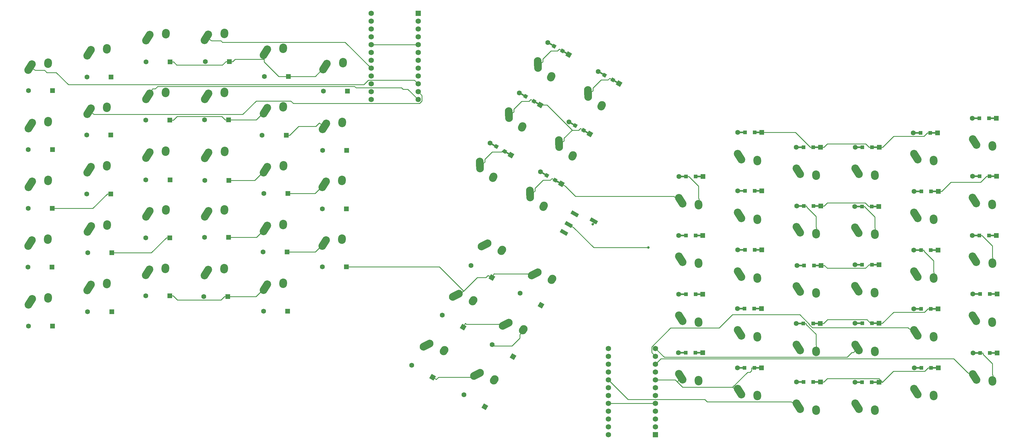
<source format=gtl>
%TF.GenerationSoftware,KiCad,Pcbnew,7.0.1*%
%TF.CreationDate,2023-09-24T18:49:58+08:00*%
%TF.ProjectId,split70kb,73706c69-7437-4306-9b62-2e6b69636164,rev?*%
%TF.SameCoordinates,Original*%
%TF.FileFunction,Copper,L1,Top*%
%TF.FilePolarity,Positive*%
%FSLAX46Y46*%
G04 Gerber Fmt 4.6, Leading zero omitted, Abs format (unit mm)*
G04 Created by KiCad (PCBNEW 7.0.1) date 2023-09-24 18:49:58*
%MOMM*%
%LPD*%
G01*
G04 APERTURE LIST*
G04 Aperture macros list*
%AMHorizOval*
0 Thick line with rounded ends*
0 $1 width*
0 $2 $3 position (X,Y) of the first rounded end (center of the circle)*
0 $4 $5 position (X,Y) of the second rounded end (center of the circle)*
0 Add line between two ends*
20,1,$1,$2,$3,$4,$5,0*
0 Add two circle primitives to create the rounded ends*
1,1,$1,$2,$3*
1,1,$1,$4,$5*%
%AMRotRect*
0 Rectangle, with rotation*
0 The origin of the aperture is its center*
0 $1 length*
0 $2 width*
0 $3 Rotation angle, in degrees counterclockwise*
0 Add horizontal line*
21,1,$1,$2,0,0,$3*%
G04 Aperture macros list end*
%TA.AperFunction,ComponentPad*%
%ADD10R,1.600000X1.600000*%
%TD*%
%TA.AperFunction,SMDPad,CuDef*%
%ADD11R,2.500000X0.500000*%
%TD*%
%TA.AperFunction,SMDPad,CuDef*%
%ADD12R,1.200000X1.200000*%
%TD*%
%TA.AperFunction,ComponentPad*%
%ADD13C,1.600000*%
%TD*%
%TA.AperFunction,ComponentPad*%
%ADD14HorizOval,2.500000X-0.604462X-0.948815X0.604462X0.948815X0*%
%TD*%
%TA.AperFunction,ComponentPad*%
%ADD15HorizOval,2.500000X-0.019724X-0.289328X0.019724X0.289328X0*%
%TD*%
%TA.AperFunction,ComponentPad*%
%ADD16RotRect,1.600000X1.600000X150.000000*%
%TD*%
%TA.AperFunction,SMDPad,CuDef*%
%ADD17RotRect,2.500000X0.500000X150.000000*%
%TD*%
%TA.AperFunction,SMDPad,CuDef*%
%ADD18RotRect,1.200000X1.200000X150.000000*%
%TD*%
%TA.AperFunction,ComponentPad*%
%ADD19HorizOval,2.500000X-0.997887X-0.519467X0.997887X0.519467X0*%
%TD*%
%TA.AperFunction,ComponentPad*%
%ADD20HorizOval,2.500000X-0.161746X-0.240704X0.161746X0.240704X0*%
%TD*%
%TA.AperFunction,SMDPad,CuDef*%
%ADD21RotRect,1.200000X2.500000X60.000000*%
%TD*%
%TA.AperFunction,ComponentPad*%
%ADD22R,1.752600X1.752600*%
%TD*%
%TA.AperFunction,ComponentPad*%
%ADD23C,1.752600*%
%TD*%
%TA.AperFunction,ComponentPad*%
%ADD24HorizOval,2.500000X-0.604462X0.948815X0.604462X-0.948815X0*%
%TD*%
%TA.AperFunction,ComponentPad*%
%ADD25HorizOval,2.500000X-0.019724X0.289328X0.019724X-0.289328X0*%
%TD*%
%TA.AperFunction,ComponentPad*%
%ADD26HorizOval,2.500000X-0.049072X1.123929X0.049072X-1.123929X0*%
%TD*%
%TA.AperFunction,ComponentPad*%
%ADD27HorizOval,2.500000X-0.127582X-0.260428X0.127582X0.260428X0*%
%TD*%
%TA.AperFunction,ViaPad*%
%ADD28C,0.800000*%
%TD*%
%TA.AperFunction,Conductor*%
%ADD29C,0.250000*%
%TD*%
G04 APERTURE END LIST*
D10*
%TO.P,D50,1,K*%
%TO.N,rcol5*%
X304945500Y-66588800D03*
D11*
X303745500Y-66588800D03*
D12*
X302620500Y-66588800D03*
%TO.P,D50,2,A*%
%TO.N,Net-(D50-A)*%
X299470500Y-66588800D03*
D11*
X298345500Y-66588800D03*
D13*
X297145500Y-66588800D03*
%TD*%
D14*
%TO.P,K10,1*%
%TO.N,col2*%
X48846600Y-112027400D03*
D15*
%TO.P,K10,2*%
%TO.N,Net-(D10-A)*%
X54621600Y-110757400D03*
%TD*%
D14*
%TO.P,K12,1*%
%TO.N,col3*%
X67895800Y-50031000D03*
D15*
%TO.P,K12,2*%
%TO.N,Net-(D12-A)*%
X73670800Y-48761000D03*
%TD*%
D14*
%TO.P,K6,1*%
%TO.N,col2*%
X48820100Y-35896100D03*
D15*
%TO.P,K6,2*%
%TO.N,Net-(D6-A)*%
X54595100Y-34626100D03*
%TD*%
D14*
%TO.P,K22,1*%
%TO.N,col5*%
X105973300Y-54748300D03*
D15*
%TO.P,K22,2*%
%TO.N,Net-(D22-A)*%
X111748300Y-53478300D03*
%TD*%
D10*
%TO.P,D51,1,K*%
%TO.N,rcol5*%
X285903400Y-142693500D03*
D11*
X284703400Y-142693500D03*
D12*
X283578400Y-142693500D03*
%TO.P,D51,2,A*%
%TO.N,Net-(D51-A)*%
X280428400Y-142693500D03*
D11*
X279303400Y-142693500D03*
D13*
X278103400Y-142693500D03*
%TD*%
D16*
%TO.P,D66,1,K*%
%TO.N,rcol5*%
X211115099Y-62235000D03*
D17*
X210075869Y-61635000D03*
D18*
X209101590Y-61072500D03*
%TO.P,D66,2,A*%
%TO.N,Net-(D66-A)*%
X206373610Y-59497500D03*
D17*
X205399331Y-58935000D03*
D13*
X204360101Y-58335000D03*
%TD*%
D10*
%TO.P,D40,1,K*%
%TO.N,rcol5*%
X342868400Y-57176400D03*
D11*
X341668400Y-57176400D03*
D12*
X340543400Y-57176400D03*
%TO.P,D40,2,A*%
%TO.N,Net-(D40-A)*%
X337393400Y-57176400D03*
D11*
X336268400Y-57176400D03*
D13*
X335068400Y-57176400D03*
%TD*%
D10*
%TO.P,D56,1,K*%
%TO.N,rcol5*%
X266788200Y-138079400D03*
D11*
X265588200Y-138079400D03*
D12*
X264463200Y-138079400D03*
%TO.P,D56,2,A*%
%TO.N,Net-(D56-A)*%
X261313200Y-138079400D03*
D11*
X260188200Y-138079400D03*
D13*
X258988200Y-138079400D03*
%TD*%
D14*
%TO.P,K1,1*%
%TO.N,col1*%
X29748900Y-40548900D03*
D15*
%TO.P,K1,2*%
%TO.N,Net-(D1-A)*%
X35523900Y-39278900D03*
%TD*%
D10*
%TO.P,D53,1,K*%
%TO.N,rcol5*%
X286094000Y-104891600D03*
D11*
X284894000Y-104891600D03*
D12*
X283769000Y-104891600D03*
%TO.P,D53,2,A*%
%TO.N,Net-(D53-A)*%
X280619000Y-104891600D03*
D11*
X279494000Y-104891600D03*
D13*
X278294000Y-104891600D03*
%TD*%
D14*
%TO.P,K9,1*%
%TO.N,col2*%
X48893300Y-93073200D03*
D15*
%TO.P,K9,2*%
%TO.N,Net-(D9-A)*%
X54668300Y-91803200D03*
%TD*%
D19*
%TO.P,K32,1*%
%TO.N,col5*%
X177010987Y-98262991D03*
D20*
%TO.P,K32,2*%
%TO.N,Net-(D32-A)*%
X182647284Y-100050638D03*
%TD*%
D10*
%TO.P,D60,1,K*%
%TO.N,rcol5*%
X266880100Y-61741700D03*
D11*
X265680100Y-61741700D03*
D12*
X264555100Y-61741700D03*
%TO.P,D60,2,A*%
%TO.N,Net-(D60-A)*%
X261405100Y-61741700D03*
D11*
X260280100Y-61741700D03*
D13*
X259080100Y-61741700D03*
%TD*%
D14*
%TO.P,K14,1*%
%TO.N,col3*%
X67937600Y-88175100D03*
D15*
%TO.P,K14,2*%
%TO.N,Net-(D14-A)*%
X73712600Y-86905100D03*
%TD*%
D19*
%TO.P,K34,1*%
%TO.N,col5*%
X183895987Y-123951991D03*
D20*
%TO.P,K34,2*%
%TO.N,Net-(D34-A)*%
X189532284Y-125739638D03*
%TD*%
D10*
%TO.P,D48,1,K*%
%TO.N,rcol5*%
X304872000Y-142748000D03*
D11*
X303672000Y-142748000D03*
D12*
X302547000Y-142748000D03*
%TO.P,D48,2,A*%
%TO.N,Net-(D48-A)*%
X299397000Y-142748000D03*
D11*
X298272000Y-142748000D03*
D13*
X297072000Y-142748000D03*
%TD*%
D16*
%TO.P,D69,1,K*%
%TO.N,rcol5*%
X195072999Y-52833900D03*
D17*
X194033769Y-52233900D03*
D18*
X193059490Y-51671400D03*
%TO.P,D69,2,A*%
%TO.N,Net-(D69-A)*%
X190331510Y-50096400D03*
D17*
X189357231Y-49533900D03*
D13*
X188318001Y-48933900D03*
%TD*%
D10*
%TO.P,D55,1,K*%
%TO.N,rcol5*%
X285874500Y-66594300D03*
D11*
X284674500Y-66594300D03*
D12*
X283549500Y-66594300D03*
%TO.P,D55,2,A*%
%TO.N,Net-(D55-A)*%
X280399500Y-66594300D03*
D11*
X279274500Y-66594300D03*
D13*
X278074500Y-66594300D03*
%TD*%
D10*
%TO.P,D45,1,K*%
%TO.N,rcol5*%
X323811700Y-61908000D03*
D11*
X322611700Y-61908000D03*
D12*
X321486700Y-61908000D03*
%TO.P,D45,2,A*%
%TO.N,Net-(D45-A)*%
X318336700Y-61908000D03*
D11*
X317211700Y-61908000D03*
D13*
X316011700Y-61908000D03*
%TD*%
D14*
%TO.P,K8,1*%
%TO.N,col2*%
X48809600Y-73858000D03*
D15*
%TO.P,K8,2*%
%TO.N,Net-(D8-A)*%
X54584600Y-72588000D03*
%TD*%
D10*
%TO.P,D42,1,K*%
%TO.N,rcol5*%
X323972300Y-118957400D03*
D11*
X322772300Y-118957400D03*
D12*
X321647300Y-118957400D03*
%TO.P,D42,2,A*%
%TO.N,Net-(D42-A)*%
X318497300Y-118957400D03*
D11*
X317372300Y-118957400D03*
D13*
X316172300Y-118957400D03*
%TD*%
D16*
%TO.P,D68,1,K*%
%TO.N,rcol5*%
X185583699Y-69087500D03*
D17*
X184544469Y-68487500D03*
D18*
X183570190Y-67925000D03*
%TO.P,D68,2,A*%
%TO.N,Net-(D68-A)*%
X180842210Y-66350000D03*
D17*
X179867931Y-65787500D03*
D13*
X178828701Y-65187500D03*
%TD*%
D14*
%TO.P,K18,1*%
%TO.N,col4*%
X86976600Y-69160000D03*
D15*
%TO.P,K18,2*%
%TO.N,Net-(D18-A)*%
X92751600Y-67890000D03*
%TD*%
D10*
%TO.P,D39,1,K*%
%TO.N,rcol5*%
X342980500Y-75994000D03*
D11*
X341780500Y-75994000D03*
D12*
X340655500Y-75994000D03*
%TO.P,D39,2,A*%
%TO.N,Net-(D39-A)*%
X337505500Y-75994000D03*
D11*
X336380500Y-75994000D03*
D13*
X335180500Y-75994000D03*
%TD*%
D16*
%TO.P,D70,1,K*%
%TO.N,rcol5*%
X204304599Y-36500100D03*
D17*
X203265369Y-35900100D03*
D18*
X202291090Y-35337600D03*
%TO.P,D70,2,A*%
%TO.N,Net-(D70-A)*%
X199563110Y-33762600D03*
D17*
X198588831Y-33200100D03*
D13*
X197549601Y-32600100D03*
%TD*%
D14*
%TO.P,K15,1*%
%TO.N,col3*%
X67826600Y-107160000D03*
D15*
%TO.P,K15,2*%
%TO.N,Net-(D15-A)*%
X73601600Y-105890000D03*
%TD*%
D10*
%TO.P,D37,1,K*%
%TO.N,rcol5*%
X343109300Y-114179400D03*
D11*
X341909300Y-114179400D03*
D12*
X340784300Y-114179400D03*
%TO.P,D37,2,A*%
%TO.N,Net-(D37-A)*%
X337634300Y-114179400D03*
D11*
X336509300Y-114179400D03*
D13*
X335309300Y-114179400D03*
%TD*%
D10*
%TO.P,D58,1,K*%
%TO.N,rcol5*%
X266903400Y-99848300D03*
D11*
X265703400Y-99848300D03*
D12*
X264578400Y-99848300D03*
%TO.P,D58,2,A*%
%TO.N,Net-(D58-A)*%
X261428400Y-99848300D03*
D11*
X260303400Y-99848300D03*
D13*
X259103400Y-99848300D03*
%TD*%
D10*
%TO.P,D52,1,K*%
%TO.N,rcol5*%
X285840000Y-123698000D03*
D11*
X284640000Y-123698000D03*
D12*
X283515000Y-123698000D03*
%TO.P,D52,2,A*%
%TO.N,Net-(D52-A)*%
X280365000Y-123698000D03*
D11*
X279240000Y-123698000D03*
D13*
X278040000Y-123698000D03*
%TD*%
D14*
%TO.P,K2,1*%
%TO.N,col1*%
X29799900Y-59559900D03*
D15*
%TO.P,K2,2*%
%TO.N,Net-(D2-A)*%
X35574900Y-58289900D03*
%TD*%
D14*
%TO.P,K23,1*%
%TO.N,col5*%
X106026600Y-73810000D03*
D15*
%TO.P,K23,2*%
%TO.N,Net-(D23-A)*%
X111801600Y-72540000D03*
%TD*%
D10*
%TO.P,D36,1,K*%
%TO.N,rcol5*%
X343141300Y-133254900D03*
D11*
X341941300Y-133254900D03*
D12*
X340816300Y-133254900D03*
%TO.P,D36,2,A*%
%TO.N,Net-(D36-A)*%
X337666300Y-133254900D03*
D11*
X336541300Y-133254900D03*
D13*
X335341300Y-133254900D03*
%TD*%
D10*
%TO.P,D41,1,K*%
%TO.N,rcol5*%
X324082600Y-138123600D03*
D11*
X322882600Y-138123600D03*
D12*
X321757600Y-138123600D03*
%TO.P,D41,2,A*%
%TO.N,Net-(D41-A)*%
X318607600Y-138123600D03*
D11*
X317482600Y-138123600D03*
D13*
X316282600Y-138123600D03*
%TD*%
D10*
%TO.P,D49,1,K*%
%TO.N,rcol5*%
X304817600Y-85755200D03*
D11*
X303617600Y-85755200D03*
D12*
X302492600Y-85755200D03*
%TO.P,D49,2,A*%
%TO.N,Net-(D49-A)*%
X299342600Y-85755200D03*
D11*
X298217600Y-85755200D03*
D13*
X297017600Y-85755200D03*
%TD*%
D14*
%TO.P,K17,1*%
%TO.N,col4*%
X86926600Y-50060000D03*
D15*
%TO.P,K17,2*%
%TO.N,Net-(D17-A)*%
X92701600Y-48790000D03*
%TD*%
D14*
%TO.P,K5,1*%
%TO.N,col1*%
X29798800Y-116698900D03*
D15*
%TO.P,K5,2*%
%TO.N,Net-(D5-A)*%
X35573800Y-115428900D03*
%TD*%
D10*
%TO.P,D59,1,K*%
%TO.N,rcol5*%
X266879400Y-80720000D03*
D11*
X265679400Y-80720000D03*
D12*
X264554400Y-80720000D03*
%TO.P,D59,2,A*%
%TO.N,Net-(D59-A)*%
X261404400Y-80720000D03*
D11*
X260279400Y-80720000D03*
D13*
X259079400Y-80720000D03*
%TD*%
D14*
%TO.P,K4,1*%
%TO.N,col1*%
X29732000Y-97674500D03*
D15*
%TO.P,K4,2*%
%TO.N,Net-(D4-A)*%
X35507000Y-96404500D03*
%TD*%
D10*
%TO.P,D61,1,K*%
%TO.N,rcol5*%
X247692600Y-133197100D03*
D11*
X246492600Y-133197100D03*
D12*
X245367600Y-133197100D03*
%TO.P,D61,2,A*%
%TO.N,Net-(D61-A)*%
X242217600Y-133197100D03*
D11*
X241092600Y-133197100D03*
D13*
X239892600Y-133197100D03*
%TD*%
D14*
%TO.P,K13,1*%
%TO.N,col3*%
X67915400Y-69139900D03*
D15*
%TO.P,K13,2*%
%TO.N,Net-(D13-A)*%
X73690400Y-67869900D03*
%TD*%
D19*
%TO.P,K30,1*%
%TO.N,col5*%
X158265287Y-130761191D03*
D20*
%TO.P,K30,2*%
%TO.N,Net-(D30-A)*%
X163901584Y-132548838D03*
%TD*%
D14*
%TO.P,K29,1*%
%TO.N,col5*%
X125026600Y-97641700D03*
D15*
%TO.P,K29,2*%
%TO.N,Net-(D29-A)*%
X130801600Y-96371700D03*
%TD*%
D10*
%TO.P,D47,1,K*%
%TO.N,rcol5*%
X304892700Y-123653400D03*
D11*
X303692700Y-123653400D03*
D12*
X302567700Y-123653400D03*
%TO.P,D47,2,A*%
%TO.N,Net-(D47-A)*%
X299417700Y-123653400D03*
D11*
X298292700Y-123653400D03*
D13*
X297092700Y-123653400D03*
%TD*%
D10*
%TO.P,D64,1,K*%
%TO.N,rcol5*%
X247799600Y-76072600D03*
D11*
X246599600Y-76072600D03*
D12*
X245474600Y-76072600D03*
%TO.P,D64,2,A*%
%TO.N,Net-(D64-A)*%
X242324600Y-76072600D03*
D11*
X241199600Y-76072600D03*
D13*
X239999600Y-76072600D03*
%TD*%
D16*
%TO.P,D67,1,K*%
%TO.N,rcol5*%
X201923799Y-78434400D03*
D17*
X200884569Y-77834400D03*
D18*
X199910290Y-77271900D03*
%TO.P,D67,2,A*%
%TO.N,Net-(D67-A)*%
X197182310Y-75696900D03*
D17*
X196208031Y-75134400D03*
D13*
X195168801Y-74534400D03*
%TD*%
D14*
%TO.P,K16,1*%
%TO.N,col4*%
X86901600Y-30960000D03*
D15*
%TO.P,K16,2*%
%TO.N,Net-(D16-A)*%
X92676600Y-29690000D03*
%TD*%
D16*
%TO.P,D65,1,K*%
%TO.N,rcol5*%
X220641099Y-45921500D03*
D17*
X219601869Y-45321500D03*
D18*
X218627590Y-44759000D03*
%TO.P,D65,2,A*%
%TO.N,Net-(D65-A)*%
X215899610Y-43184000D03*
D17*
X214925331Y-42621500D03*
D13*
X213886101Y-42021500D03*
%TD*%
D19*
%TO.P,K33,1*%
%TO.N,col5*%
X193270587Y-107630491D03*
D20*
%TO.P,K33,2*%
%TO.N,Net-(D33-A)*%
X198906884Y-109418138D03*
%TD*%
D10*
%TO.P,D57,1,K*%
%TO.N,rcol5*%
X266764200Y-118902700D03*
D11*
X265564200Y-118902700D03*
D12*
X264439200Y-118902700D03*
%TO.P,D57,2,A*%
%TO.N,Net-(D57-A)*%
X261289200Y-118902700D03*
D11*
X260164200Y-118902700D03*
D13*
X258964200Y-118902700D03*
%TD*%
D14*
%TO.P,K21,1*%
%TO.N,col5*%
X105991200Y-35715400D03*
D15*
%TO.P,K21,2*%
%TO.N,Net-(D21-A)*%
X111766200Y-34445400D03*
%TD*%
D21*
%TO.P,J1,R1*%
%TO.N,rpd2*%
X204264917Y-91608754D03*
%TO.P,J1,R2*%
%TO.N,unconnected-(J1-PadR2)*%
X202764917Y-94206831D03*
%TO.P,J1,S*%
%TO.N,GND1*%
X212444083Y-90442025D03*
%TO.P,J1,T*%
%TO.N,unconnected-(J1-PadT)*%
X206264917Y-88144653D03*
%TD*%
D10*
%TO.P,D63,1,K*%
%TO.N,rcol5*%
X247769800Y-95157200D03*
D11*
X246569800Y-95157200D03*
D12*
X245444800Y-95157200D03*
%TO.P,D63,2,A*%
%TO.N,Net-(D63-A)*%
X242294800Y-95157200D03*
D11*
X241169800Y-95157200D03*
D13*
X239969800Y-95157200D03*
%TD*%
D19*
%TO.P,K31,1*%
%TO.N,col5*%
X167687387Y-114533391D03*
D20*
%TO.P,K31,2*%
%TO.N,Net-(D31-A)*%
X173323684Y-116321038D03*
%TD*%
D10*
%TO.P,D54,1,K*%
%TO.N,rcol5*%
X285969700Y-85612900D03*
D11*
X284769700Y-85612900D03*
D12*
X283644700Y-85612900D03*
%TO.P,D54,2,A*%
%TO.N,Net-(D54-A)*%
X280494700Y-85612900D03*
D11*
X279369700Y-85612900D03*
D13*
X278169700Y-85612900D03*
%TD*%
D14*
%TO.P,K25,1*%
%TO.N,col5*%
X105968300Y-111982500D03*
D15*
%TO.P,K25,2*%
%TO.N,Net-(D25-A)*%
X111743300Y-110712500D03*
%TD*%
D22*
%TO.P,U1,1,TX*%
%TO.N,unconnected-(U1-TX-Pad1)*%
X232410000Y-159766000D03*
D23*
%TO.P,U1,2,RX*%
%TO.N,rpd2*%
X232410000Y-157226000D03*
%TO.P,U1,3,GND*%
%TO.N,GND1*%
X232410000Y-154686000D03*
%TO.P,U1,4,GND*%
X232410000Y-152146000D03*
%TO.P,U1,5,SDA*%
%TO.N,rcol5*%
X232410000Y-149606000D03*
%TO.P,U1,6,SCL*%
X232410000Y-147066000D03*
%TO.P,U1,7,D4*%
X232410000Y-144526000D03*
%TO.P,U1,8,C6*%
X232410000Y-141986000D03*
%TO.P,U1,9,D7*%
X232410000Y-139446000D03*
%TO.P,U1,10,E6*%
%TO.N,rcol1*%
X232410000Y-136906000D03*
%TO.P,U1,11,B4*%
%TO.N,rcol2*%
X232410000Y-134366000D03*
%TO.P,U1,12,B5*%
%TO.N,rcol3*%
X232410000Y-131826000D03*
%TO.P,U1,13,B6*%
%TO.N,unconnected-(U1-B6-Pad13)*%
X217170000Y-159766000D03*
%TO.P,U1,14,B2*%
%TO.N,unconnected-(U1-B2-Pad14)*%
X217170000Y-157226000D03*
%TO.P,U1,15,B3*%
%TO.N,unconnected-(U1-B3-Pad15)*%
X217170000Y-154686000D03*
%TO.P,U1,16,B1*%
%TO.N,unconnected-(U1-B1-Pad16)*%
X217170000Y-152146000D03*
%TO.P,U1,17,F7*%
%TO.N,rcol5*%
X217170000Y-149606000D03*
%TO.P,U1,18,F6*%
X217170000Y-147066000D03*
%TO.P,U1,19,F5*%
X217170000Y-144526000D03*
%TO.P,U1,20,F4*%
%TO.N,rcol4*%
X217170000Y-141986000D03*
%TO.P,U1,21,VCC*%
%TO.N,+3.3V*%
X217170000Y-139446000D03*
%TO.P,U1,22,RST*%
%TO.N,unconnected-(U1-RST-Pad22)*%
X217170000Y-136906000D03*
%TO.P,U1,23,GND*%
%TO.N,GND1*%
X217170000Y-134366000D03*
%TO.P,U1,24,RAW*%
%TO.N,unconnected-(U1-RAW-Pad24)*%
X217170000Y-131826000D03*
%TD*%
D10*
%TO.P,D43,1,K*%
%TO.N,rcol5*%
X323979400Y-99909800D03*
D11*
X322779400Y-99909800D03*
D12*
X321654400Y-99909800D03*
%TO.P,D43,2,A*%
%TO.N,Net-(D43-A)*%
X318504400Y-99909800D03*
D11*
X317379400Y-99909800D03*
D13*
X316179400Y-99909800D03*
%TD*%
D14*
%TO.P,K3,1*%
%TO.N,col1*%
X29776600Y-78560000D03*
D15*
%TO.P,K3,2*%
%TO.N,Net-(D3-A)*%
X35551600Y-77290000D03*
%TD*%
D14*
%TO.P,K26,1*%
%TO.N,col5*%
X125326600Y-40429000D03*
D15*
%TO.P,K26,2*%
%TO.N,Net-(D26-A)*%
X131101600Y-39159000D03*
%TD*%
D14*
%TO.P,K24,1*%
%TO.N,col5*%
X106019600Y-92893000D03*
D15*
%TO.P,K24,2*%
%TO.N,Net-(D24-A)*%
X111794600Y-91623000D03*
%TD*%
D14*
%TO.P,K19,1*%
%TO.N,col4*%
X86933600Y-88161800D03*
D15*
%TO.P,K19,2*%
%TO.N,Net-(D19-A)*%
X92708600Y-86891800D03*
%TD*%
D10*
%TO.P,D38,1,K*%
%TO.N,rcol5*%
X342884200Y-95198000D03*
D11*
X341684200Y-95198000D03*
D12*
X340559200Y-95198000D03*
%TO.P,D38,2,A*%
%TO.N,Net-(D38-A)*%
X337409200Y-95198000D03*
D11*
X336284200Y-95198000D03*
D13*
X335084200Y-95198000D03*
%TD*%
D10*
%TO.P,D44,1,K*%
%TO.N,rcol5*%
X324057000Y-80866100D03*
D11*
X322857000Y-80866100D03*
D12*
X321732000Y-80866100D03*
%TO.P,D44,2,A*%
%TO.N,Net-(D44-A)*%
X318582000Y-80866100D03*
D11*
X317457000Y-80866100D03*
D13*
X316257000Y-80866100D03*
%TD*%
D14*
%TO.P,K27,1*%
%TO.N,col5*%
X125091800Y-59755100D03*
D15*
%TO.P,K27,2*%
%TO.N,Net-(D27-A)*%
X130866800Y-58485100D03*
%TD*%
D10*
%TO.P,D46,1,K*%
%TO.N,rcol5*%
X304885400Y-104657300D03*
D11*
X303685400Y-104657300D03*
D12*
X302560400Y-104657300D03*
%TO.P,D46,2,A*%
%TO.N,Net-(D46-A)*%
X299410400Y-104657300D03*
D11*
X298285400Y-104657300D03*
D13*
X297085400Y-104657300D03*
%TD*%
D19*
%TO.P,K35,1*%
%TO.N,col5*%
X174548087Y-140211991D03*
D20*
%TO.P,K35,2*%
%TO.N,Net-(D35-A)*%
X180184384Y-141999638D03*
%TD*%
D14*
%TO.P,K20,1*%
%TO.N,col4*%
X86855800Y-107173500D03*
D15*
%TO.P,K20,2*%
%TO.N,Net-(D20-A)*%
X92630800Y-105903500D03*
%TD*%
D10*
%TO.P,D62,1,K*%
%TO.N,rcol5*%
X247754900Y-114228200D03*
D11*
X246554900Y-114228200D03*
D12*
X245429900Y-114228200D03*
%TO.P,D62,2,A*%
%TO.N,Net-(D62-A)*%
X242279900Y-114228200D03*
D11*
X241154900Y-114228200D03*
D13*
X239954900Y-114228200D03*
%TD*%
D14*
%TO.P,K7,1*%
%TO.N,col2*%
X48831600Y-54865800D03*
D15*
%TO.P,K7,2*%
%TO.N,Net-(D7-A)*%
X54606600Y-53595800D03*
%TD*%
D14*
%TO.P,K11,1*%
%TO.N,col3*%
X67929400Y-31041700D03*
D15*
%TO.P,K11,2*%
%TO.N,Net-(D11-A)*%
X73704400Y-29771700D03*
%TD*%
D14*
%TO.P,K28,1*%
%TO.N,col5*%
X125040000Y-78610000D03*
D15*
%TO.P,K28,2*%
%TO.N,Net-(D28-A)*%
X130815000Y-77340000D03*
%TD*%
D24*
%TO.P,K52,1*%
%TO.N,rcol4*%
X278686800Y-131487000D03*
D25*
%TO.P,K52,2*%
%TO.N,Net-(D52-A)*%
X284461800Y-132757000D03*
%TD*%
D24*
%TO.P,K64,1*%
%TO.N,rcol5*%
X240601800Y-83919200D03*
D25*
%TO.P,K64,2*%
%TO.N,Net-(D64-A)*%
X246376800Y-85189200D03*
%TD*%
D24*
%TO.P,K60,1*%
%TO.N,rcol5*%
X259659800Y-69593600D03*
D25*
%TO.P,K60,2*%
%TO.N,Net-(D60-A)*%
X265434800Y-70863600D03*
%TD*%
D24*
%TO.P,K42,1*%
%TO.N,rcol2*%
X316797400Y-126758000D03*
D25*
%TO.P,K42,2*%
%TO.N,Net-(D42-A)*%
X322572400Y-128028000D03*
%TD*%
D26*
%TO.P,K70,1*%
%TO.N,rcol5*%
X194281287Y-39731309D03*
D27*
%TO.P,K70,2*%
%TO.N,Net-(D70-A)*%
X198647584Y-43718662D03*
%TD*%
D24*
%TO.P,K46,1*%
%TO.N,rcol3*%
X297772400Y-150541200D03*
D25*
%TO.P,K46,2*%
%TO.N,Net-(D46-A)*%
X303547400Y-151811200D03*
%TD*%
D24*
%TO.P,K59,1*%
%TO.N,rcol5*%
X259662400Y-88637500D03*
D25*
%TO.P,K59,2*%
%TO.N,Net-(D59-A)*%
X265437400Y-89907500D03*
%TD*%
D10*
%TO.P,D10,1,K*%
%TO.N,col5*%
X56175600Y-119865400D03*
D13*
%TO.P,D10,2,A*%
%TO.N,Net-(D10-A)*%
X48375600Y-119865400D03*
%TD*%
D10*
%TO.P,D17,1,K*%
%TO.N,col5*%
X94069500Y-57691300D03*
D13*
%TO.P,D17,2,A*%
%TO.N,Net-(D17-A)*%
X86269500Y-57691300D03*
%TD*%
D10*
%TO.P,D19,1,K*%
%TO.N,col5*%
X94061800Y-95785600D03*
D13*
%TO.P,D19,2,A*%
%TO.N,Net-(D19-A)*%
X86261800Y-95785600D03*
%TD*%
D26*
%TO.P,K65,1*%
%TO.N,rcol5*%
X210559087Y-49129309D03*
D27*
%TO.P,K65,2*%
%TO.N,Net-(D65-A)*%
X214925384Y-53116662D03*
%TD*%
D24*
%TO.P,K47,1*%
%TO.N,rcol3*%
X297765900Y-131470500D03*
D25*
%TO.P,K47,2*%
%TO.N,Net-(D47-A)*%
X303540900Y-132740500D03*
%TD*%
D10*
%TO.P,D4,1,K*%
%TO.N,col5*%
X36853400Y-105394900D03*
D13*
%TO.P,D4,2,A*%
%TO.N,Net-(D4-A)*%
X29053400Y-105394900D03*
%TD*%
D24*
%TO.P,K43,1*%
%TO.N,rcol2*%
X316783400Y-107710200D03*
D25*
%TO.P,K43,2*%
%TO.N,Net-(D43-A)*%
X322558400Y-108980200D03*
%TD*%
D10*
%TO.P,D29,1,K*%
%TO.N,col5*%
X132220700Y-105304500D03*
D13*
%TO.P,D29,2,A*%
%TO.N,Net-(D29-A)*%
X124420700Y-105304500D03*
%TD*%
D24*
%TO.P,K36,1*%
%TO.N,rcol1*%
X335854900Y-141075600D03*
D25*
%TO.P,K36,2*%
%TO.N,Net-(D36-A)*%
X341629900Y-142345600D03*
%TD*%
D26*
%TO.P,K69,1*%
%TO.N,rcol5*%
X184883287Y-56009109D03*
D27*
%TO.P,K69,2*%
%TO.N,Net-(D69-A)*%
X189249584Y-59996462D03*
%TD*%
D24*
%TO.P,K63,1*%
%TO.N,rcol5*%
X240614000Y-102913400D03*
D25*
%TO.P,K63,2*%
%TO.N,Net-(D63-A)*%
X246389000Y-104183400D03*
%TD*%
D10*
%TO.P,D28,1,K*%
%TO.N,col5*%
X132213800Y-86586700D03*
D13*
%TO.P,D28,2,A*%
%TO.N,Net-(D28-A)*%
X124413800Y-86586700D03*
%TD*%
D24*
%TO.P,K54,1*%
%TO.N,rcol4*%
X278722000Y-93343500D03*
D25*
%TO.P,K54,2*%
%TO.N,Net-(D54-A)*%
X284497000Y-94613500D03*
%TD*%
D10*
%TO.P,D2,1,K*%
%TO.N,col5*%
X36960300Y-67299100D03*
D13*
%TO.P,D2,2,A*%
%TO.N,Net-(D2-A)*%
X29160300Y-67299100D03*
%TD*%
D16*
%TO.P,D35,1,K*%
%TO.N,col5*%
X177118799Y-150721000D03*
D13*
%TO.P,D35,2,A*%
%TO.N,Net-(D35-A)*%
X170363801Y-146821000D03*
%TD*%
D22*
%TO.P,U2,1,TX*%
%TO.N,unconnected-(U2-TX-Pad1)*%
X155497200Y-23166600D03*
D23*
%TO.P,U2,2,RX*%
%TO.N,pd2*%
X155497200Y-25706600D03*
%TO.P,U2,3,GND*%
%TO.N,GND*%
X155497200Y-28246600D03*
%TO.P,U2,4,GND*%
X155497200Y-30786600D03*
%TO.P,U2,5,SDA*%
%TO.N,col5*%
X155497200Y-33326600D03*
%TO.P,U2,6,SCL*%
X155497200Y-35866600D03*
%TO.P,U2,7,D4*%
X155497200Y-38406600D03*
%TO.P,U2,8,C6*%
X155497200Y-40946600D03*
%TO.P,U2,9,D7*%
X155497200Y-43486600D03*
%TO.P,U2,10,E6*%
%TO.N,col1*%
X155497200Y-46026600D03*
%TO.P,U2,11,B4*%
%TO.N,col2*%
X155497200Y-48566600D03*
%TO.P,U2,12,B5*%
%TO.N,col3*%
X155497200Y-51106600D03*
%TO.P,U2,13,B6*%
%TO.N,unconnected-(U2-B6-Pad13)*%
X140257200Y-23166600D03*
%TO.P,U2,14,B2*%
%TO.N,unconnected-(U2-B2-Pad14)*%
X140257200Y-25706600D03*
%TO.P,U2,15,B3*%
%TO.N,unconnected-(U2-B3-Pad15)*%
X140257200Y-28246600D03*
%TO.P,U2,16,B1*%
%TO.N,unconnected-(U2-B1-Pad16)*%
X140257200Y-30786600D03*
%TO.P,U2,17,F7*%
%TO.N,col5*%
X140257200Y-33326600D03*
%TO.P,U2,18,F6*%
X140257200Y-35866600D03*
%TO.P,U2,19,F5*%
X140257200Y-38406600D03*
%TO.P,U2,20,F4*%
%TO.N,col4*%
X140257200Y-40946600D03*
%TO.P,U2,21,VCC*%
%TO.N,VCC*%
X140257200Y-43486600D03*
%TO.P,U2,22,RST*%
%TO.N,unconnected-(U2-RST-Pad22)*%
X140257200Y-46026600D03*
%TO.P,U2,23,GND*%
%TO.N,GND*%
X140257200Y-48566600D03*
%TO.P,U2,24,RAW*%
%TO.N,unconnected-(U2-RAW-Pad24)*%
X140257200Y-51106600D03*
%TD*%
D24*
%TO.P,K55,1*%
%TO.N,rcol4*%
X278689300Y-74322300D03*
D25*
%TO.P,K55,2*%
%TO.N,Net-(D55-A)*%
X284464300Y-75592300D03*
%TD*%
D24*
%TO.P,K56,1*%
%TO.N,rcol5*%
X259647400Y-145841700D03*
D25*
%TO.P,K56,2*%
%TO.N,Net-(D56-A)*%
X265422400Y-147111700D03*
%TD*%
D24*
%TO.P,K62,1*%
%TO.N,rcol5*%
X240589800Y-122023100D03*
D25*
%TO.P,K62,2*%
%TO.N,Net-(D62-A)*%
X246364800Y-123293100D03*
%TD*%
D24*
%TO.P,K45,1*%
%TO.N,rcol2*%
X316813100Y-69592100D03*
D25*
%TO.P,K45,2*%
%TO.N,Net-(D45-A)*%
X322588100Y-70862100D03*
%TD*%
D10*
%TO.P,D6,1,K*%
%TO.N,col5*%
X55946100Y-43771700D03*
D13*
%TO.P,D6,2,A*%
%TO.N,Net-(D6-A)*%
X48146100Y-43771700D03*
%TD*%
D26*
%TO.P,K67,1*%
%TO.N,rcol5*%
X191763087Y-81684909D03*
D27*
%TO.P,K67,2*%
%TO.N,Net-(D67-A)*%
X196129384Y-85672262D03*
%TD*%
D10*
%TO.P,D22,1,K*%
%TO.N,col5*%
X112735900Y-62681300D03*
D13*
%TO.P,D22,2,A*%
%TO.N,Net-(D22-A)*%
X104935900Y-62681300D03*
%TD*%
D24*
%TO.P,K41,1*%
%TO.N,rcol2*%
X316818300Y-145802700D03*
D25*
%TO.P,K41,2*%
%TO.N,Net-(D41-A)*%
X322593300Y-147072700D03*
%TD*%
D10*
%TO.P,D1,1,K*%
%TO.N,col5*%
X37011300Y-48170500D03*
D13*
%TO.P,D1,2,A*%
%TO.N,Net-(D1-A)*%
X29211300Y-48170500D03*
%TD*%
D24*
%TO.P,K40,1*%
%TO.N,rcol1*%
X335830500Y-64854200D03*
D25*
%TO.P,K40,2*%
%TO.N,Net-(D40-A)*%
X341605500Y-66124200D03*
%TD*%
D10*
%TO.P,D9,1,K*%
%TO.N,col5*%
X56222300Y-100793600D03*
D13*
%TO.P,D9,2,A*%
%TO.N,Net-(D9-A)*%
X48422300Y-100793600D03*
%TD*%
D10*
%TO.P,D13,1,K*%
%TO.N,col5*%
X75054800Y-77111900D03*
D13*
%TO.P,D13,2,A*%
%TO.N,Net-(D13-A)*%
X67254800Y-77111900D03*
%TD*%
D16*
%TO.P,D31,1,K*%
%TO.N,col5*%
X170059099Y-124893000D03*
D13*
%TO.P,D31,2,A*%
%TO.N,Net-(D31-A)*%
X163304101Y-120993000D03*
%TD*%
D24*
%TO.P,K49,1*%
%TO.N,rcol3*%
X297713400Y-93474500D03*
D25*
%TO.P,K49,2*%
%TO.N,Net-(D49-A)*%
X303488400Y-94744500D03*
%TD*%
D10*
%TO.P,D18,1,K*%
%TO.N,col5*%
X94125100Y-77290700D03*
D13*
%TO.P,D18,2,A*%
%TO.N,Net-(D18-A)*%
X86325100Y-77290700D03*
%TD*%
D24*
%TO.P,K48,1*%
%TO.N,rcol3*%
X297705100Y-112454800D03*
D25*
%TO.P,K48,2*%
%TO.N,Net-(D48-A)*%
X303480100Y-113724800D03*
%TD*%
D10*
%TO.P,D20,1,K*%
%TO.N,col5*%
X93831600Y-114980000D03*
D13*
%TO.P,D20,2,A*%
%TO.N,Net-(D20-A)*%
X86031600Y-114980000D03*
%TD*%
D24*
%TO.P,K50,1*%
%TO.N,rcol3*%
X297766100Y-74348200D03*
D25*
%TO.P,K50,2*%
%TO.N,Net-(D50-A)*%
X303541100Y-75618200D03*
%TD*%
D10*
%TO.P,D8,1,K*%
%TO.N,col5*%
X55884600Y-81714800D03*
D13*
%TO.P,D8,2,A*%
%TO.N,Net-(D8-A)*%
X48084600Y-81714800D03*
%TD*%
D10*
%TO.P,D21,1,K*%
%TO.N,col5*%
X113419000Y-43591000D03*
D13*
%TO.P,D21,2,A*%
%TO.N,Net-(D21-A)*%
X105619000Y-43591000D03*
%TD*%
D24*
%TO.P,K44,1*%
%TO.N,rcol2*%
X316831500Y-88665300D03*
D25*
%TO.P,K44,2*%
%TO.N,Net-(D44-A)*%
X322606500Y-89935300D03*
%TD*%
D10*
%TO.P,D5,1,K*%
%TO.N,col5*%
X37010200Y-124536900D03*
D13*
%TO.P,D5,2,A*%
%TO.N,Net-(D5-A)*%
X29210200Y-124536900D03*
%TD*%
D26*
%TO.P,K68,1*%
%TO.N,rcol5*%
X175485287Y-72286909D03*
D27*
%TO.P,K68,2*%
%TO.N,Net-(D68-A)*%
X179851584Y-76274262D03*
%TD*%
D24*
%TO.P,K58,1*%
%TO.N,rcol5*%
X259665800Y-107726300D03*
D25*
%TO.P,K58,2*%
%TO.N,Net-(D58-A)*%
X265440800Y-108996300D03*
%TD*%
D24*
%TO.P,K61,1*%
%TO.N,rcol5*%
X240590200Y-141025800D03*
D25*
%TO.P,K61,2*%
%TO.N,Net-(D61-A)*%
X246365200Y-142295800D03*
%TD*%
D10*
%TO.P,D11,1,K*%
%TO.N,col5*%
X75122000Y-38917300D03*
D13*
%TO.P,D11,2,A*%
%TO.N,Net-(D11-A)*%
X67322000Y-38917300D03*
%TD*%
D10*
%TO.P,D27,1,K*%
%TO.N,col5*%
X132321600Y-67571000D03*
D13*
%TO.P,D27,2,A*%
%TO.N,Net-(D27-A)*%
X124521600Y-67571000D03*
%TD*%
D10*
%TO.P,D14,1,K*%
%TO.N,col5*%
X75016000Y-95920000D03*
D13*
%TO.P,D14,2,A*%
%TO.N,Net-(D14-A)*%
X67216000Y-95920000D03*
%TD*%
D24*
%TO.P,K38,1*%
%TO.N,rcol1*%
X335813500Y-102900900D03*
D25*
%TO.P,K38,2*%
%TO.N,Net-(D38-A)*%
X341588500Y-104170900D03*
%TD*%
D16*
%TO.P,D33,1,K*%
%TO.N,col5*%
X195343099Y-117755500D03*
D13*
%TO.P,D33,2,A*%
%TO.N,Net-(D33-A)*%
X188588101Y-113855500D03*
%TD*%
D10*
%TO.P,D26,1,K*%
%TO.N,col5*%
X132583800Y-48324900D03*
D13*
%TO.P,D26,2,A*%
%TO.N,Net-(D26-A)*%
X124783800Y-48324900D03*
%TD*%
D24*
%TO.P,K39,1*%
%TO.N,rcol1*%
X335796100Y-83813100D03*
D25*
%TO.P,K39,2*%
%TO.N,Net-(D39-A)*%
X341571100Y-85083100D03*
%TD*%
D26*
%TO.P,K66,1*%
%TO.N,rcol5*%
X201161087Y-65407109D03*
D27*
%TO.P,K66,2*%
%TO.N,Net-(D66-A)*%
X205527384Y-69394462D03*
%TD*%
D10*
%TO.P,D16,1,K*%
%TO.N,col5*%
X94304100Y-38795200D03*
D13*
%TO.P,D16,2,A*%
%TO.N,Net-(D16-A)*%
X86504100Y-38795200D03*
%TD*%
D10*
%TO.P,D24,1,K*%
%TO.N,col5*%
X113036300Y-100520500D03*
D13*
%TO.P,D24,2,A*%
%TO.N,Net-(D24-A)*%
X105236300Y-100520500D03*
%TD*%
D24*
%TO.P,K53,1*%
%TO.N,rcol4*%
X278694200Y-112528200D03*
D25*
%TO.P,K53,2*%
%TO.N,Net-(D53-A)*%
X284469200Y-113798200D03*
%TD*%
D16*
%TO.P,D30,1,K*%
%TO.N,col5*%
X160153099Y-141149000D03*
D13*
%TO.P,D30,2,A*%
%TO.N,Net-(D30-A)*%
X153398101Y-137249000D03*
%TD*%
D10*
%TO.P,D15,1,K*%
%TO.N,col5*%
X75019200Y-114744000D03*
D13*
%TO.P,D15,2,A*%
%TO.N,Net-(D15-A)*%
X67219200Y-114744000D03*
%TD*%
D10*
%TO.P,D25,1,K*%
%TO.N,col5*%
X113206200Y-119705800D03*
D13*
%TO.P,D25,2,A*%
%TO.N,Net-(D25-A)*%
X105406200Y-119705800D03*
%TD*%
D24*
%TO.P,K37,1*%
%TO.N,rcol1*%
X335804200Y-121993400D03*
D25*
%TO.P,K37,2*%
%TO.N,Net-(D37-A)*%
X341579200Y-123263400D03*
%TD*%
D16*
%TO.P,D32,1,K*%
%TO.N,col5*%
X179404799Y-108811000D03*
D13*
%TO.P,D32,2,A*%
%TO.N,Net-(D32-A)*%
X172649801Y-104911000D03*
%TD*%
D16*
%TO.P,D34,1,K*%
%TO.N,col5*%
X186262799Y-134465000D03*
D13*
%TO.P,D34,2,A*%
%TO.N,Net-(D34-A)*%
X179507801Y-130565000D03*
%TD*%
D10*
%TO.P,D23,1,K*%
%TO.N,col5*%
X113271600Y-81541000D03*
D13*
%TO.P,D23,2,A*%
%TO.N,Net-(D23-A)*%
X105471600Y-81541000D03*
%TD*%
D10*
%TO.P,D7,1,K*%
%TO.N,col5*%
X55906600Y-62605000D03*
D13*
%TO.P,D7,2,A*%
%TO.N,Net-(D7-A)*%
X48106600Y-62605000D03*
%TD*%
D24*
%TO.P,K51,1*%
%TO.N,rcol4*%
X278695100Y-150544900D03*
D25*
%TO.P,K51,2*%
%TO.N,Net-(D51-A)*%
X284470100Y-151814900D03*
%TD*%
D24*
%TO.P,K57,1*%
%TO.N,rcol5*%
X259648900Y-126748300D03*
D25*
%TO.P,K57,2*%
%TO.N,Net-(D57-A)*%
X265423900Y-128018300D03*
%TD*%
D10*
%TO.P,D12,1,K*%
%TO.N,col5*%
X75037400Y-57770200D03*
D13*
%TO.P,D12,2,A*%
%TO.N,Net-(D12-A)*%
X67237400Y-57770200D03*
%TD*%
D10*
%TO.P,D3,1,K*%
%TO.N,col5*%
X36937000Y-86416800D03*
D13*
%TO.P,D3,2,A*%
%TO.N,Net-(D3-A)*%
X29137000Y-86416800D03*
%TD*%
D28*
%TO.N,rpd2*%
X230084000Y-99078700D03*
%TO.N,GND1*%
X212098000Y-91509400D03*
%TD*%
D29*
%TO.N,col5*%
X93269000Y-114980000D02*
X92706300Y-114980000D01*
X91818900Y-56566000D02*
X92944200Y-57691300D01*
X162378200Y-105304500D02*
X170265300Y-113191600D01*
X77505800Y-116105300D02*
X91581000Y-116105300D01*
X105991200Y-35715400D02*
X105554200Y-36152400D01*
X93269000Y-114980000D02*
X93831600Y-114980000D01*
X75016000Y-95920000D02*
X73890700Y-95920000D01*
X179404800Y-108811000D02*
X178169200Y-108097600D01*
X93506900Y-57691300D02*
X94069500Y-57691300D01*
X36937000Y-86416800D02*
X50057300Y-86416800D01*
X105554200Y-38036100D02*
X105554200Y-38846700D01*
X77250500Y-39920500D02*
X92053500Y-39920500D01*
X160153100Y-141149000D02*
X161388700Y-141862400D01*
X122109000Y-81541000D02*
X125040000Y-78610000D01*
X122372700Y-59755100D02*
X116787400Y-59755100D01*
X167687400Y-114533400D02*
X170265300Y-113191600D01*
X55884600Y-81714800D02*
X54759300Y-81714800D01*
X76144500Y-114744000D02*
X77505800Y-116105300D01*
X73890700Y-95920000D02*
X69017100Y-100793600D01*
X76162700Y-57770200D02*
X77366900Y-56566000D01*
X179404800Y-108811000D02*
X180118200Y-107575400D01*
X91581000Y-116105300D02*
X92706300Y-114980000D01*
X94061800Y-95785600D02*
X103127000Y-95785600D01*
X50057300Y-86416800D02*
X54759300Y-81714800D01*
X102545900Y-77290700D02*
X106026600Y-73810000D01*
X103030300Y-57691300D02*
X105973300Y-54748300D01*
X170265300Y-113191600D02*
X174645900Y-108811000D01*
X94125100Y-77290700D02*
X102545900Y-77290700D01*
X113271600Y-81541000D02*
X122109000Y-81541000D01*
X92053500Y-39920500D02*
X93178800Y-38795200D01*
X140257200Y-33326600D02*
X155497200Y-33326600D01*
X174645900Y-108811000D02*
X177455800Y-108811000D01*
X161388700Y-141862400D02*
X162102100Y-141149000D01*
X102970800Y-114980000D02*
X105968300Y-111982500D01*
X75019200Y-114744000D02*
X76144500Y-114744000D01*
X183896000Y-123952000D02*
X171067100Y-123952000D01*
X125091800Y-59755100D02*
X123430800Y-58697000D01*
X105554200Y-38846700D02*
X110298500Y-43591000D01*
X122147800Y-100520500D02*
X125026600Y-97641700D01*
X173611100Y-141149000D02*
X174548100Y-140212000D01*
X105554200Y-36152400D02*
X105554200Y-38036100D01*
X112735900Y-62681300D02*
X113861200Y-62681300D01*
X170059100Y-124893000D02*
X170772500Y-123657400D01*
X77366900Y-56566000D02*
X91818900Y-56566000D01*
X95429400Y-38795200D02*
X96188500Y-38036100D01*
X193270600Y-107630500D02*
X180173300Y-107630500D01*
X76247300Y-38917300D02*
X77250500Y-39920500D01*
X123430800Y-58697000D02*
X122372700Y-59755100D01*
X113419000Y-43591000D02*
X122164600Y-43591000D01*
X180173300Y-107630500D02*
X180118200Y-107575400D01*
X103127000Y-95785600D02*
X106019600Y-92893000D01*
X96188500Y-38036100D02*
X105554200Y-38036100D01*
X122164600Y-43591000D02*
X125326600Y-40429000D01*
X94304100Y-38795200D02*
X95429400Y-38795200D01*
X75122000Y-38917300D02*
X76247300Y-38917300D01*
X94304100Y-38795200D02*
X93178800Y-38795200D01*
X177455800Y-108811000D02*
X178169200Y-108097600D01*
X162102100Y-141149000D02*
X173611100Y-141149000D01*
X93506900Y-57691300D02*
X92944200Y-57691300D01*
X110298500Y-43591000D02*
X113419000Y-43591000D01*
X69017100Y-100793600D02*
X56222300Y-100793600D01*
X94069500Y-57691300D02*
X103030300Y-57691300D01*
X171067100Y-123952000D02*
X170772500Y-123657400D01*
X116787400Y-59755100D02*
X113861200Y-62681300D01*
X132220700Y-105304500D02*
X162378200Y-105304500D01*
X113036300Y-100520500D02*
X122147800Y-100520500D01*
X75037400Y-57770200D02*
X76162700Y-57770200D01*
X93831600Y-114980000D02*
X102970800Y-114980000D01*
%TO.N,Net-(D34-A)*%
X179908900Y-130966100D02*
X179507800Y-130565000D01*
X189532300Y-125739600D02*
X188420600Y-127394200D01*
X185943200Y-130966100D02*
X179908900Y-130966100D01*
X188420600Y-128488700D02*
X185943200Y-130966100D01*
X188420600Y-127394200D02*
X188420600Y-128488700D01*
%TO.N,col1*%
X154278500Y-44807900D02*
X139372900Y-44807900D01*
X29748900Y-40548900D02*
X31409900Y-41607000D01*
X139372900Y-44807900D02*
X137907500Y-46273300D01*
X137907500Y-46273300D02*
X42137000Y-46273300D01*
X155497200Y-46026600D02*
X154278500Y-44807900D01*
X35148800Y-42341400D02*
X34414400Y-41607000D01*
X34414400Y-41607000D02*
X31409900Y-41607000D01*
X38205100Y-42341400D02*
X35148800Y-42341400D01*
X42137000Y-46273300D02*
X38205100Y-42341400D01*
%TO.N,col2*%
X155497200Y-48566600D02*
X156704600Y-49774000D01*
X50516900Y-55899600D02*
X50492600Y-55923900D01*
X156704600Y-51617200D02*
X155956400Y-52365400D01*
X48831600Y-54865800D02*
X50492600Y-55923900D01*
X114191900Y-51542600D02*
X103009700Y-51542600D01*
X103009700Y-51542600D02*
X98652700Y-55899600D01*
X115014700Y-52365400D02*
X114191900Y-51542600D01*
X155956400Y-52365400D02*
X115014700Y-52365400D01*
X156704600Y-49774000D02*
X156704600Y-51617200D01*
X98652700Y-55899600D02*
X50516900Y-55899600D01*
%TO.N,col3*%
X134899100Y-46850000D02*
X135345700Y-47296600D01*
X135345700Y-47296600D02*
X150133700Y-47296600D01*
X150133700Y-47296600D02*
X150583900Y-47746800D01*
X67895800Y-50031000D02*
X69424400Y-47631600D01*
X70295200Y-47631600D02*
X71076800Y-46850000D01*
X150583900Y-47746800D02*
X152137400Y-47746800D01*
X69424400Y-47631600D02*
X70295200Y-47631600D01*
X71076800Y-46850000D02*
X134899100Y-46850000D01*
X152137400Y-47746800D02*
X155497200Y-51106600D01*
%TO.N,col4*%
X86901600Y-30960000D02*
X88562600Y-32018100D01*
X131821400Y-32510800D02*
X92059800Y-32510800D01*
X91567100Y-32018100D02*
X88562600Y-32018100D01*
X140257200Y-40946600D02*
X131821400Y-32510800D01*
X92059800Y-32510800D02*
X91567100Y-32018100D01*
%TO.N,Net-(D36-A)*%
X336541300Y-133254900D02*
X337666300Y-133254900D01*
X341759700Y-140440100D02*
X341629900Y-140310300D01*
X341629900Y-140310300D02*
X341629900Y-136747300D01*
X341629900Y-136747300D02*
X338591600Y-133709000D01*
X338591600Y-133709000D02*
X338591600Y-133254900D01*
X337666300Y-133254900D02*
X338591600Y-133254900D01*
X341629900Y-142345600D02*
X341759800Y-140440100D01*
X341759800Y-140440100D02*
X341759700Y-140440100D01*
X335341300Y-133254900D02*
X336541300Y-133254900D01*
%TO.N,rcol5*%
X209101600Y-61072500D02*
X208085600Y-60485900D01*
X195932600Y-37948800D02*
X195932600Y-38871800D01*
X200472800Y-77834400D02*
X199910300Y-77271900D01*
X341780500Y-75994000D02*
X342980500Y-75994000D01*
X304892700Y-123653400D02*
X303692700Y-123653400D01*
X200688500Y-35337600D02*
X198543800Y-35337600D01*
X284640000Y-123698000D02*
X285840000Y-123698000D01*
X302030000Y-85755200D02*
X301567300Y-85755200D01*
X191763100Y-81684900D02*
X193414400Y-80825400D01*
X265588200Y-138079400D02*
X266788200Y-138079400D01*
X247769800Y-95157200D02*
X246569800Y-95157200D01*
X183570200Y-67925000D02*
X183046800Y-67622700D01*
X193059500Y-51671400D02*
X192043500Y-51084800D01*
X302030000Y-85755200D02*
X302492600Y-85755200D01*
X210675900Y-62235000D02*
X210075900Y-61635000D01*
X283769000Y-104891600D02*
X284894000Y-104891600D01*
X282624200Y-66594300D02*
X277771600Y-61741700D01*
X288141700Y-65452400D02*
X300558800Y-65452400D01*
X240601800Y-83919200D02*
X238318100Y-82464300D01*
X302157900Y-66588800D02*
X301695200Y-66588800D01*
X283515000Y-123698000D02*
X284640000Y-123698000D01*
X193414400Y-79867900D02*
X196010400Y-77271900D01*
X217170000Y-149606000D02*
X232410000Y-149606000D01*
X208085600Y-60485900D02*
X207499000Y-61072500D01*
X264439200Y-118902700D02*
X265564200Y-118902700D01*
X179499800Y-68106700D02*
X182562800Y-68106700D01*
X319596600Y-120082800D02*
X309588600Y-120082800D01*
X284703400Y-142693500D02*
X285903400Y-142693500D01*
X201161100Y-65407100D02*
X202812400Y-64547600D01*
X238318100Y-82464300D02*
X238318100Y-82464400D01*
X195073000Y-52833900D02*
X194633800Y-52833900D01*
X321647300Y-118957400D02*
X320722000Y-118957400D01*
X194281300Y-39731300D02*
X195932600Y-38871800D01*
X184544500Y-68487500D02*
X183570200Y-67925000D01*
X177136600Y-70469900D02*
X179499800Y-68106700D01*
X319706900Y-139249000D02*
X320832300Y-138123600D01*
X204304600Y-36500100D02*
X203865400Y-36500100D01*
X189089800Y-51671400D02*
X186534600Y-54226600D01*
X212210400Y-47346800D02*
X212210400Y-48269800D01*
X322882600Y-138123600D02*
X324082600Y-138123600D01*
X300393000Y-84580900D02*
X301567300Y-85755200D01*
X303685400Y-104657300D02*
X302560400Y-104657300D01*
X303692700Y-123653400D02*
X302567700Y-123653400D01*
X246492600Y-133197100D02*
X247692600Y-133197100D01*
X265679400Y-80720000D02*
X266879400Y-80720000D01*
X218627600Y-44759000D02*
X217611600Y-44172400D01*
X264463200Y-138079400D02*
X265588200Y-138079400D01*
X201275100Y-34751000D02*
X200688500Y-35337600D01*
X193471300Y-51671400D02*
X193059500Y-51671400D01*
X201923800Y-78434400D02*
X201484600Y-78434400D01*
X246554900Y-114228200D02*
X247754900Y-114228200D01*
X341684200Y-95198000D02*
X342884200Y-95198000D01*
X238831300Y-141986000D02*
X239532100Y-142686800D01*
X205364500Y-61072500D02*
X202812400Y-63624600D01*
X340816300Y-133254900D02*
X341941300Y-133254900D01*
X200884600Y-77834400D02*
X200472800Y-77834400D01*
X284674500Y-66594300D02*
X285874500Y-66594300D01*
X321486700Y-61908000D02*
X320561400Y-61908000D01*
X211115100Y-62235000D02*
X210675900Y-62235000D01*
X198543800Y-35337600D02*
X195932600Y-37948800D01*
X309496300Y-139249000D02*
X319706900Y-139249000D01*
X257363700Y-144386900D02*
X257392200Y-144415400D01*
X245429900Y-114228200D02*
X246554900Y-114228200D01*
X288178000Y-122485300D02*
X286965300Y-123698000D01*
X263036200Y-139506400D02*
X263537900Y-139004700D01*
X303745500Y-66588800D02*
X304945500Y-66588800D01*
X305997300Y-142748000D02*
X304860100Y-141610800D01*
X217025000Y-44759000D02*
X214798200Y-44759000D01*
X284769700Y-85612900D02*
X285969700Y-85612900D01*
X328177500Y-77870900D02*
X325182300Y-80866100D01*
X264000600Y-138079400D02*
X264463200Y-138079400D01*
X301635100Y-104657300D02*
X300509700Y-105782700D01*
X286094000Y-104891600D02*
X287219300Y-104891600D01*
X201923800Y-78434400D02*
X203159400Y-79147800D01*
X322779400Y-99909800D02*
X323979400Y-99909800D01*
X198307700Y-77271900D02*
X198894300Y-76685300D01*
X219039400Y-44759000D02*
X218627600Y-44759000D01*
X287095000Y-85612900D02*
X288127000Y-84580900D01*
X265680100Y-61741700D02*
X266880100Y-61741700D01*
X284674500Y-66594300D02*
X283549500Y-66594300D01*
X304860100Y-141610800D02*
X288111400Y-141610800D01*
X341780500Y-75994000D02*
X340655500Y-75994000D01*
X202702900Y-35337600D02*
X202291100Y-35337600D01*
X319436000Y-63033400D02*
X309626200Y-63033400D01*
X302547000Y-142748000D02*
X303672000Y-142748000D01*
X302492600Y-85755200D02*
X303617600Y-85755200D01*
X322611700Y-61908000D02*
X321486700Y-61908000D01*
X264555100Y-61741700D02*
X265680100Y-61741700D01*
X340559200Y-95198000D02*
X341684200Y-95198000D01*
X320561400Y-61908000D02*
X319436000Y-63033400D01*
X241232200Y-144386900D02*
X257363700Y-144386900D01*
X199910300Y-77271900D02*
X198894300Y-76685300D01*
X264000600Y-138079400D02*
X263537900Y-138079400D01*
X240590200Y-141025800D02*
X239532100Y-142686800D01*
X238318100Y-82464400D02*
X206476000Y-82464400D01*
X209513400Y-61072500D02*
X209101600Y-61072500D01*
X339730200Y-75994000D02*
X337853300Y-77870900D01*
X186534600Y-54226600D02*
X186534600Y-55149600D01*
X300509700Y-105782700D02*
X288110400Y-105782700D01*
X257408600Y-144415400D02*
X262317600Y-139506400D01*
X322772300Y-118957400D02*
X321647300Y-118957400D01*
X262317600Y-139506400D02*
X263036200Y-139506400D01*
X264578400Y-99848300D02*
X265703400Y-99848300D01*
X193414400Y-80825400D02*
X193414400Y-79867900D01*
X207499000Y-61072500D02*
X205486000Y-61072500D01*
X321757600Y-138123600D02*
X322882600Y-138123600D01*
X300558800Y-65452400D02*
X301695200Y-66588800D01*
X245367600Y-133197100D02*
X246492600Y-133197100D01*
X257392200Y-144415400D02*
X257408500Y-144415400D01*
X210559100Y-49129300D02*
X212210400Y-48269800D01*
X304945500Y-66588800D02*
X306070800Y-66588800D01*
X185583700Y-69087500D02*
X185144500Y-69087500D01*
X288111400Y-141610800D02*
X287028700Y-142693500D01*
X302567700Y-123653400D02*
X302117400Y-123653400D01*
X321757600Y-138123600D02*
X320832300Y-138123600D01*
X277771600Y-61741700D02*
X266880100Y-61741700D01*
X175485300Y-72286900D02*
X177136600Y-71427400D01*
X283644700Y-85612900D02*
X284769700Y-85612900D01*
X184883300Y-56009100D02*
X186534600Y-55149600D01*
X322611700Y-61908000D02*
X323811700Y-61908000D01*
X305997300Y-142748000D02*
X309496300Y-139249000D01*
X284894000Y-104891600D02*
X286094000Y-104891600D01*
X286999800Y-66594300D02*
X288141700Y-65452400D01*
X177136600Y-71427400D02*
X177136600Y-70469900D01*
X232410000Y-141986000D02*
X238831300Y-141986000D01*
X194033800Y-52233900D02*
X193471300Y-51671400D01*
X203865400Y-36500100D02*
X203265400Y-35900100D01*
X202291100Y-35337600D02*
X201275100Y-34751000D01*
X341941300Y-133254900D02*
X343141300Y-133254900D01*
X202812400Y-63624600D02*
X202812400Y-64547600D01*
X285969700Y-85612900D02*
X287095000Y-85612900D01*
X285903400Y-142693500D02*
X287028700Y-142693500D01*
X194633800Y-52833900D02*
X194033800Y-52233900D01*
X341909300Y-114179400D02*
X343109300Y-114179400D01*
X217611600Y-44172400D02*
X217025000Y-44759000D01*
X283549500Y-66594300D02*
X282624200Y-66594300D01*
X185144500Y-69087500D02*
X184544500Y-68487500D01*
X196010400Y-77271900D02*
X198307700Y-77271900D01*
X283578400Y-142693500D02*
X284703400Y-142693500D01*
X257408500Y-144415400D02*
X257408600Y-144415400D01*
X340655500Y-75994000D02*
X339730200Y-75994000D01*
X201484600Y-78434400D02*
X200884600Y-77834400D01*
X203265400Y-35900100D02*
X202702900Y-35337600D01*
X337853300Y-77870900D02*
X328177500Y-77870900D01*
X340784300Y-114179400D02*
X341909300Y-114179400D01*
X197247400Y-52833900D02*
X205486000Y-61072500D01*
X192043500Y-51084800D02*
X191456900Y-51671400D01*
X300949300Y-122485300D02*
X288178000Y-122485300D01*
X309626200Y-63033400D02*
X306070800Y-66588800D01*
X302117400Y-123653400D02*
X300949300Y-122485300D01*
X321732000Y-80866100D02*
X322857000Y-80866100D01*
X302157900Y-66588800D02*
X302620500Y-66588800D01*
X322857000Y-80866100D02*
X324057000Y-80866100D01*
X304892700Y-123653400D02*
X306018000Y-123653400D01*
X245444800Y-95157200D02*
X246569800Y-95157200D01*
X206476000Y-82464400D02*
X203159400Y-79147800D01*
X309588600Y-120082800D02*
X306018000Y-123653400D01*
X285840000Y-123698000D02*
X286965300Y-123698000D01*
X303685400Y-104657300D02*
X304885400Y-104657300D01*
X288127000Y-84580900D02*
X300393000Y-84580900D01*
X302620500Y-66588800D02*
X303745500Y-66588800D01*
X303617600Y-85755200D02*
X304817600Y-85755200D01*
X321654400Y-99909800D02*
X322779400Y-99909800D01*
X285874500Y-66594300D02*
X286999800Y-66594300D01*
X288110400Y-105782700D02*
X287219300Y-104891600D01*
X265564200Y-118902700D02*
X266764200Y-118902700D01*
X264554400Y-80720000D02*
X265679400Y-80720000D01*
X322772300Y-118957400D02*
X323972300Y-118957400D01*
X219601900Y-45321500D02*
X219039400Y-44759000D01*
X191456900Y-51671400D02*
X189089800Y-51671400D01*
X341668400Y-57176400D02*
X342868400Y-57176400D01*
X182562800Y-68106700D02*
X183046800Y-67622700D01*
X259647400Y-145841700D02*
X257408500Y-144415400D01*
X210075900Y-61635000D02*
X209513400Y-61072500D01*
X239532100Y-142686800D02*
X241232200Y-144386900D01*
X324057000Y-80866100D02*
X325182300Y-80866100D01*
X195072999Y-52833900D02*
X197247400Y-52833900D01*
X263537900Y-139004700D02*
X263537900Y-138079400D01*
X320722000Y-118957400D02*
X319596600Y-120082800D01*
X214798200Y-44759000D02*
X212210400Y-47346800D01*
X205486000Y-61072500D02*
X205364500Y-61072500D01*
X246599600Y-76072600D02*
X245474600Y-76072600D01*
X303672000Y-142748000D02*
X304872000Y-142748000D01*
X340543400Y-57176400D02*
X341668400Y-57176400D01*
X304872000Y-142748000D02*
X305997300Y-142748000D01*
X247799600Y-76072600D02*
X246599600Y-76072600D01*
X265703400Y-99848300D02*
X266903400Y-99848300D01*
X302560400Y-104657300D02*
X301635100Y-104657300D01*
%TO.N,Net-(D37-A)*%
X335309300Y-114179400D02*
X336509300Y-114179400D01*
X336509300Y-114179400D02*
X337634300Y-114179400D01*
%TO.N,Net-(D38-A)*%
X341588500Y-98553400D02*
X338334500Y-95299400D01*
X336284200Y-95198000D02*
X337409200Y-95198000D01*
X335084200Y-95198000D02*
X336284200Y-95198000D01*
X338334500Y-95299400D02*
X338334500Y-95198000D01*
X341718300Y-102265400D02*
X341588500Y-102135600D01*
X341588500Y-102135600D02*
X341588500Y-98553400D01*
X341588500Y-104170900D02*
X341718400Y-102265400D01*
X341718400Y-102265400D02*
X341718300Y-102265400D01*
X337409200Y-95198000D02*
X338334500Y-95198000D01*
%TO.N,Net-(D39-A)*%
X336380500Y-75994000D02*
X337505500Y-75994000D01*
X335180500Y-75994000D02*
X336380500Y-75994000D01*
%TO.N,Net-(D40-A)*%
X336268400Y-57176400D02*
X337393400Y-57176400D01*
X335068400Y-57176400D02*
X336268400Y-57176400D01*
%TO.N,Net-(D41-A)*%
X317482600Y-138123600D02*
X318607600Y-138123600D01*
X316282600Y-138123600D02*
X317482600Y-138123600D01*
%TO.N,Net-(D42-A)*%
X316172300Y-118957400D02*
X317372300Y-118957400D01*
X317372300Y-118957400D02*
X318497300Y-118957400D01*
%TO.N,Net-(D43-A)*%
X322558400Y-106944900D02*
X322558400Y-103382300D01*
X319429700Y-100253600D02*
X319429700Y-99909800D01*
X318504400Y-99909800D02*
X319429700Y-99909800D01*
X322688300Y-107074700D02*
X322688200Y-107074700D01*
X322558400Y-108980200D02*
X322688300Y-107074700D01*
X322558400Y-103382300D02*
X319429700Y-100253600D01*
X316179400Y-99909800D02*
X317379400Y-99909800D01*
X317379400Y-99909800D02*
X318504400Y-99909800D01*
X322688200Y-107074700D02*
X322558400Y-106944900D01*
%TO.N,Net-(D44-A)*%
X317457000Y-80866100D02*
X318582000Y-80866100D01*
X316257000Y-80866100D02*
X317457000Y-80866100D01*
%TO.N,Net-(D45-A)*%
X317211700Y-61908000D02*
X318336700Y-61908000D01*
X316011700Y-61908000D02*
X317211700Y-61908000D01*
%TO.N,Net-(D46-A)*%
X297085400Y-104657300D02*
X298285400Y-104657300D01*
X298285400Y-104657300D02*
X299410400Y-104657300D01*
%TO.N,Net-(D47-A)*%
X299417700Y-123653400D02*
X298292700Y-123653400D01*
X298292700Y-123653400D02*
X297092700Y-123653400D01*
%TO.N,Net-(D48-A)*%
X297072000Y-142748000D02*
X298272000Y-142748000D01*
X298272000Y-142748000D02*
X299397000Y-142748000D01*
%TO.N,Net-(D49-A)*%
X303488400Y-89194400D02*
X300267900Y-85973900D01*
X299342600Y-85755200D02*
X300267900Y-85755200D01*
X298217600Y-85755200D02*
X299342600Y-85755200D01*
X303618200Y-92839000D02*
X303488400Y-92709200D01*
X297017600Y-85755200D02*
X298217600Y-85755200D01*
X303618300Y-92839000D02*
X303618200Y-92839000D01*
X300267900Y-85973900D02*
X300267900Y-85755200D01*
X303488400Y-92709200D02*
X303488400Y-89194400D01*
X303488400Y-94744500D02*
X303618300Y-92839000D01*
%TO.N,Net-(D50-A)*%
X297145500Y-66588800D02*
X298345500Y-66588800D01*
X298345500Y-66588800D02*
X299470500Y-66588800D01*
%TO.N,Net-(D51-A)*%
X278103400Y-142693500D02*
X279303400Y-142693500D01*
X279303400Y-142693500D02*
X280428400Y-142693500D01*
%TO.N,Net-(D52-A)*%
X284461800Y-127205000D02*
X281290300Y-124033500D01*
X284461800Y-132757000D02*
X284591700Y-130851500D01*
X279240000Y-123698000D02*
X280365000Y-123698000D01*
X280365000Y-123698000D02*
X281290300Y-123698000D01*
X281290300Y-124033500D02*
X281290300Y-123698000D01*
X278040000Y-123698000D02*
X279240000Y-123698000D01*
X284461800Y-130721700D02*
X284461800Y-127205000D01*
X284591600Y-130851500D02*
X284461800Y-130721700D01*
X284591700Y-130851500D02*
X284591600Y-130851500D01*
%TO.N,Net-(D53-A)*%
X279494000Y-104891600D02*
X280619000Y-104891600D01*
X278294000Y-104891600D02*
X279494000Y-104891600D01*
%TO.N,Net-(D54-A)*%
X284497000Y-94613500D02*
X284626900Y-92708000D01*
X284626900Y-92708000D02*
X284626800Y-92708000D01*
X278169700Y-85612900D02*
X279369700Y-85612900D01*
X284497000Y-92578200D02*
X284497000Y-89012400D01*
X284626800Y-92708000D02*
X284497000Y-92578200D01*
X281420000Y-85935400D02*
X281420000Y-85612900D01*
X280494700Y-85612900D02*
X281420000Y-85612900D01*
X284497000Y-89012400D02*
X281420000Y-85935400D01*
X279369700Y-85612900D02*
X280494700Y-85612900D01*
%TO.N,Net-(D55-A)*%
X279274500Y-66594300D02*
X280399500Y-66594300D01*
X278074500Y-66594300D02*
X279274500Y-66594300D01*
%TO.N,Net-(D56-A)*%
X258988200Y-138079400D02*
X260188200Y-138079400D01*
X260188200Y-138079400D02*
X261313200Y-138079400D01*
%TO.N,Net-(D57-A)*%
X260164200Y-118902700D02*
X261289200Y-118902700D01*
X258964200Y-118902700D02*
X260164200Y-118902700D01*
%TO.N,Net-(D58-A)*%
X259103400Y-99848300D02*
X260303400Y-99848300D01*
X260303400Y-99848300D02*
X261428400Y-99848300D01*
%TO.N,Net-(D59-A)*%
X259079400Y-80720000D02*
X260279400Y-80720000D01*
X260279400Y-80720000D02*
X261404400Y-80720000D01*
%TO.N,Net-(D60-A)*%
X260280100Y-61741700D02*
X261405100Y-61741700D01*
X259080100Y-61741700D02*
X260280100Y-61741700D01*
%TO.N,Net-(D61-A)*%
X241092600Y-133197100D02*
X242217600Y-133197100D01*
X239892600Y-133197100D02*
X241092600Y-133197100D01*
%TO.N,Net-(D62-A)*%
X239954900Y-114228200D02*
X241154900Y-114228200D01*
X241154900Y-114228200D02*
X242279900Y-114228200D01*
%TO.N,Net-(D63-A)*%
X239969800Y-95157200D02*
X241169800Y-95157200D01*
X241169800Y-95157200D02*
X242294800Y-95157200D01*
%TO.N,Net-(D64-A)*%
X246506600Y-83283700D02*
X246506700Y-83283700D01*
X246376800Y-79199500D02*
X246376800Y-83153900D01*
X246376800Y-83153900D02*
X246506600Y-83283700D01*
X241199600Y-76072600D02*
X239999600Y-76072600D01*
X242324600Y-76072600D02*
X243249900Y-76072600D01*
X246376800Y-85189200D02*
X246506700Y-83283700D01*
X241199600Y-76072600D02*
X242324600Y-76072600D01*
X243249900Y-76072600D02*
X246376800Y-79199500D01*
%TO.N,Net-(D65-A)*%
X213886100Y-42021500D02*
X214325300Y-42021500D01*
X214625300Y-42321500D02*
X214925300Y-42621500D01*
X214883700Y-42597300D02*
X214883600Y-42597400D01*
X214625300Y-42321500D02*
X214883700Y-42579900D01*
X214325300Y-42021500D02*
X214625300Y-42321500D01*
X214883700Y-42579900D02*
X214883700Y-42597300D01*
X215899600Y-43184000D02*
X214883600Y-42597400D01*
%TO.N,Net-(D66-A)*%
X205357700Y-58910800D02*
X205357600Y-58910900D01*
X204360100Y-58335000D02*
X204799300Y-58335000D01*
X205357700Y-58893400D02*
X205357700Y-58910800D01*
X205099300Y-58635000D02*
X205357700Y-58893400D01*
X204799300Y-58335000D02*
X205099300Y-58635000D01*
X206373600Y-59497500D02*
X205357600Y-58910900D01*
X205099300Y-58635000D02*
X205399300Y-58935000D01*
%TO.N,Net-(D67-A)*%
X196166400Y-75092800D02*
X196166400Y-75110200D01*
X197182300Y-75696900D02*
X196166300Y-75110300D01*
X195608000Y-74534400D02*
X195908000Y-74834400D01*
X195168800Y-74534400D02*
X195608000Y-74534400D01*
X196166400Y-75110200D02*
X196166300Y-75110300D01*
X195908000Y-74834400D02*
X196208000Y-75134400D01*
X195908000Y-74834400D02*
X196166400Y-75092800D01*
%TO.N,Net-(D68-A)*%
X179826300Y-65763300D02*
X179826200Y-65763400D01*
X178828700Y-65187500D02*
X179267900Y-65187500D01*
X179567900Y-65487500D02*
X179867900Y-65787500D01*
X179567900Y-65487500D02*
X179826300Y-65745900D01*
X179826300Y-65745900D02*
X179826300Y-65763300D01*
X180842200Y-66350000D02*
X179826200Y-65763400D01*
X179267900Y-65187500D02*
X179567900Y-65487500D01*
%TO.N,Net-(D69-A)*%
X189057200Y-49233900D02*
X189357200Y-49533900D01*
X188757200Y-48933900D02*
X189057200Y-49233900D01*
X189315600Y-49492300D02*
X189315600Y-49509700D01*
X190331500Y-50096400D02*
X189315500Y-49509800D01*
X188318000Y-48933900D02*
X188757200Y-48933900D01*
X189057200Y-49233900D02*
X189315600Y-49492300D01*
X189315600Y-49509700D02*
X189315500Y-49509800D01*
%TO.N,Net-(D70-A)*%
X199563100Y-33762600D02*
X198547100Y-33176000D01*
X198547200Y-33175900D02*
X198547100Y-33176000D01*
X197549600Y-32600100D02*
X197988800Y-32600100D01*
X197988800Y-32600100D02*
X198288800Y-32900100D01*
X198288800Y-32900100D02*
X198588800Y-33200100D01*
X198547200Y-33158500D02*
X198547200Y-33175900D01*
X198288800Y-32900100D02*
X198547200Y-33158500D01*
%TO.N,rpd2*%
X212402200Y-99078700D02*
X205843900Y-92520400D01*
X230084000Y-99078700D02*
X212402200Y-99078700D01*
X204264900Y-91608800D02*
X205843900Y-92520400D01*
%TO.N,GND1*%
X212444100Y-91163300D02*
X212444100Y-90442000D01*
X212098000Y-91509400D02*
X212444100Y-91163300D01*
%TO.N,rcol1*%
X234145100Y-135170900D02*
X329121400Y-135170900D01*
X335854900Y-141075600D02*
X333571200Y-139620700D01*
X329121400Y-135170900D02*
X333571200Y-139620700D01*
X232410000Y-136906000D02*
X234145100Y-135170900D01*
%TO.N,rcol2*%
X283251500Y-125097400D02*
X314308000Y-125097400D01*
X282394100Y-124240000D02*
X283251500Y-125097400D01*
X253024600Y-125190200D02*
X257356500Y-120858300D01*
X279225200Y-120858300D02*
X282394100Y-124027200D01*
X231177500Y-133133500D02*
X231177500Y-131304700D01*
X314308000Y-125097400D02*
X314513700Y-125303100D01*
X232410000Y-134366000D02*
X231177500Y-133133500D01*
X237292000Y-125190200D02*
X253024600Y-125190200D01*
X231177500Y-131304700D02*
X237292000Y-125190200D01*
X316797400Y-126758000D02*
X314513700Y-125303100D01*
X257356500Y-120858300D02*
X279225200Y-120858300D01*
X282394100Y-124027200D02*
X282394100Y-124240000D01*
%TO.N,rcol3*%
X296105000Y-133131400D02*
X296707700Y-133131400D01*
X296707700Y-133131400D02*
X296707800Y-133131500D01*
X232410000Y-131826000D02*
X235248500Y-134664500D01*
X297765900Y-131470500D02*
X296707800Y-133131500D01*
X235248500Y-134664500D02*
X294571900Y-134664500D01*
X294571900Y-134664500D02*
X296105000Y-133131400D01*
%TO.N,rcol4*%
X249157000Y-149090100D02*
X276411400Y-149090100D01*
X276411400Y-149090100D02*
X276411400Y-149090000D01*
X217170000Y-141986000D02*
X223508700Y-148324700D01*
X278695100Y-150544900D02*
X276411400Y-149090000D01*
X248391600Y-148324700D02*
X249157000Y-149090100D01*
X223508700Y-148324700D02*
X248391600Y-148324700D01*
%TD*%
M02*

</source>
